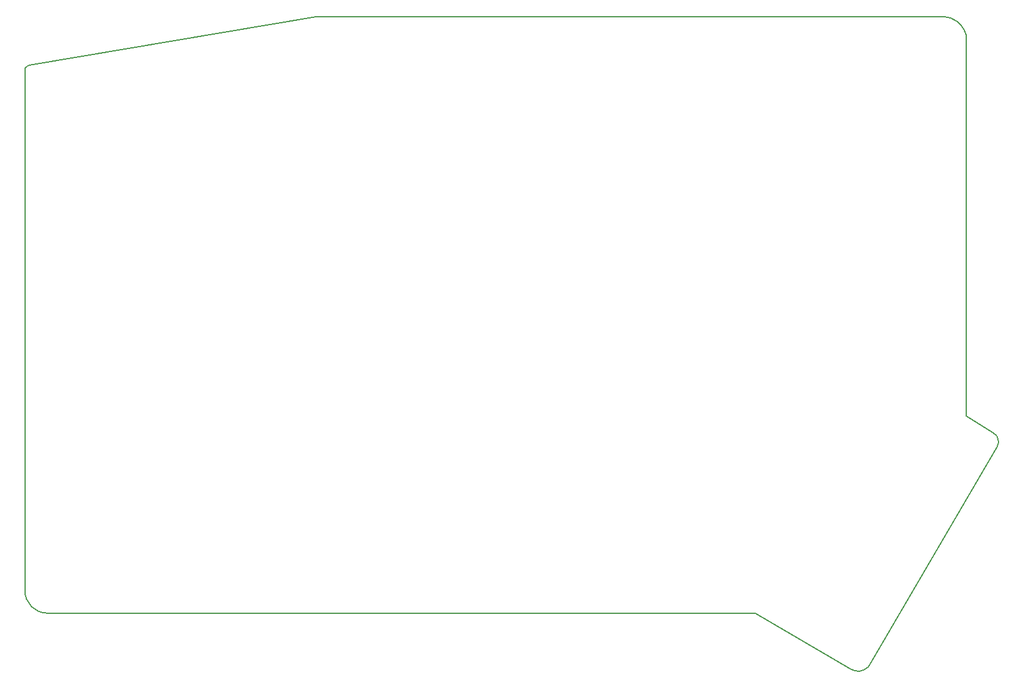
<source format=gbr>
G04 #@! TF.GenerationSoftware,KiCad,Pcbnew,(5.0.0)*
G04 #@! TF.CreationDate,2019-04-30T00:35:40-06:00*
G04 #@! TF.ProjectId,ErgoTravel,4572676F54726176656C2E6B69636164,rev?*
G04 #@! TF.SameCoordinates,Original*
G04 #@! TF.FileFunction,Profile,NP*
%FSLAX46Y46*%
G04 Gerber Fmt 4.6, Leading zero omitted, Abs format (unit mm)*
G04 Created by KiCad (PCBNEW (5.0.0)) date 04/30/19 00:35:40*
%MOMM*%
%LPD*%
G01*
G04 APERTURE LIST*
%ADD10C,0.150000*%
G04 APERTURE END LIST*
D10*
X208046320Y-48282860D02*
X208280000Y-48978820D01*
X207634840Y-47640240D02*
X208046320Y-48282860D01*
X206997300Y-46969680D02*
X207634840Y-47640240D01*
X206128620Y-46504860D02*
X206997300Y-46969680D01*
X205186280Y-46355000D02*
X206128620Y-46504860D01*
X75184000Y-53352700D02*
X75565000Y-53228240D01*
X74990960Y-53578760D02*
X75184000Y-53352700D01*
X74930000Y-53878480D02*
X74990960Y-53578760D01*
X192511680Y-138963400D02*
X191884300Y-138686540D01*
X193141600Y-139019280D02*
X192511680Y-138963400D01*
X193761360Y-138864340D02*
X193141600Y-139019280D01*
X194388740Y-138432540D02*
X193761360Y-138864340D01*
X194904360Y-137624820D02*
X194388740Y-138432540D01*
X212874860Y-106586020D02*
X212709760Y-107172760D01*
X212821520Y-106131360D02*
X212874860Y-106586020D01*
X212628480Y-105707180D02*
X212821520Y-106131360D01*
X212090000Y-105239820D02*
X212628480Y-105707180D01*
X74930000Y-127635000D02*
G75*
G03X78105000Y-130810000I3175000J0D01*
G01*
X74930000Y-53878480D02*
X74930000Y-127635000D01*
X116205000Y-46355000D02*
X75565000Y-53228240D01*
X132080000Y-46355000D02*
X116205000Y-46355000D01*
X205186280Y-46355000D02*
X132080000Y-46355000D01*
X208280000Y-95250000D02*
X208280000Y-48978820D01*
X208280000Y-102870000D02*
X208280000Y-95250000D01*
X212090000Y-105239820D02*
X208280000Y-102870000D01*
X194904360Y-137624820D02*
X212709760Y-107172760D01*
X178435000Y-130810000D02*
X191884300Y-138686540D01*
X156210000Y-130810000D02*
X178435000Y-130810000D01*
X134620000Y-130810000D02*
X156210000Y-130810000D01*
X99060000Y-130810000D02*
X134620000Y-130810000D01*
X78105000Y-130810000D02*
X99060000Y-130810000D01*
M02*

</source>
